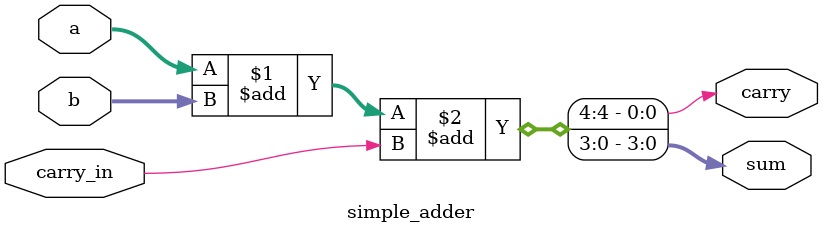
<source format=v>

`timescale 1ns / 1ps


module simple_adder(
    input [3:0] a,b,
    input carry_in,
    output [3:0] sum,
    output carry
);

    assign {carry,sum} = a + b + carry_in;

endmodule

</source>
